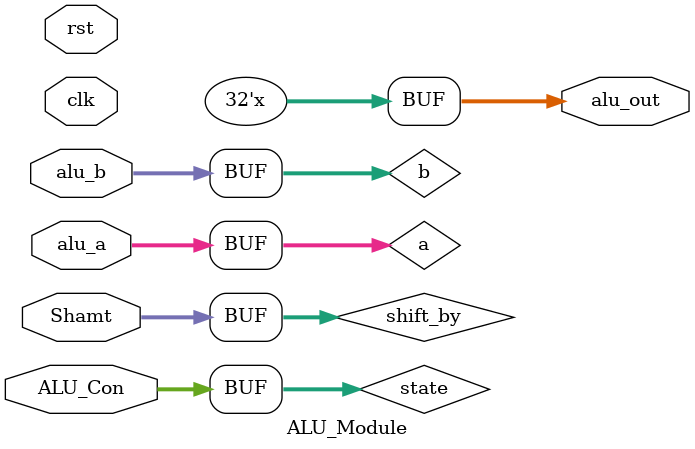
<source format=v>
`timescale 1ns/1ns

`include "Multiplier_Module.v"
`include "Adder_Subtractor_Module.v"
`include "Divider_Module.v"
`include "Carry_Select_Adder.v"
`include "Int_Divider.v"

module ALU_Module(clk, rst, ALU_Con, alu_a, alu_b, alu_out, Shamt);

    input [31:0] alu_a;
    input [31:0] alu_b;
    input [5:0] ALU_Con;
    input [4:0] Shamt;
    input clk,rst;

    output reg [31:0] alu_out;
    
	 
    wire [31:0] add_out,sub_out,mul_out,div_out, addi_out, divi_out;

    reg [31:0] a,b;
    reg [5:0] state;
    reg [4:0] shift_by;

    parameter   ADD     = 6'd0,
                SUB     = 6'd1,
                MUL     = 6'd2,
                DIV     = 6'd3,
                SLL     = 6'd4,
                SRL     = 6'd5,
                AND     = 6'd6,
                OR      = 6'd7,
                XOR     = 6'd8,
                SLT     = 6'd9,

                ADDF    = 6'd10,
                SUBF    = 6'd11,
                MULF    = 6'd12,
                DIVF    = 6'd13;
                

  //Floating Point Unit
    Adder_Subtractor_Module Adder(clk,rst,alu_a,alu_b,add_out);
    Adder_Subtractor_Module Subtracter(clk,rst,alu_a,(-alu_b),sub_out);
    Multiplier_Module Multiplier(clk,rst,alu_a,alu_b,mul_out);
    Divider_Module Divider(clk,rst,alu_a,alu_b,div_out);
 
    Carry_Select_Adder AdderI(addi_out, Carry_Flag, alu_a, alu_b);
    Int_Divider DividerI(alu_a, alu_b, divi_out);
 


    always@(*)
    begin

        a <= alu_a;
        b <= alu_b;
        state <= ALU_Con;
        shift_by <= Shamt;

        case (state)

            ADD:    alu_out <= addi_out;
            SUB:    alu_out <= a - b;
            MUL:    alu_out <= a * b;
            DIV:    alu_out <= divi_out;
            SLL:    alu_out <= (a << shift_by);
            SRL:    alu_out <= (a >> shift_by);
            AND:    alu_out <= a & b;
            OR:     alu_out <= a | b;
            XOR:    alu_out <= a ^ b;
            SLT:    alu_out <=  (a < b) ? 32'b00000000000000000000000000000001 : 32'b0; 

            ADDF:   alu_out <= add_out;
            SUBF:   alu_out <= sub_out;
            MULF:   alu_out <= mul_out;
            DIVF:   alu_out <= div_out;
            
            default: alu_out <= 32'bz;

        endcase 

    end

/*        assign alu_out = (ALU_Con == SUB) ? (alu_a - alu_b)                     : 32'bz;
        assign alu_out = (ALU_Con == MUL) ? (alu_a * alu_b)                     : 32'bz;
        assign alu_out = (ALU_Con == DIV) ? divi_out                            : 32'bz;
        assign alu_out = (ALU_Con == SLL) ? (alu_a << Shamt)                    : 32'bz;
        assign alu_out = (ALU_Con == SRL) ? (alu_a >> Shamt)                    : 32'bz;
        assign alu_out = (ALU_Con == AND) ? (alu_a & alu_b)                     : 32'bz;
        assign alu_out = (ALU_Con == OR)  ? (alu_a | alu_b)                     : 32'bz;
        assign alu_out = (ALU_Con == XOR) ? (alu_a ^ alu_b)                     : 32'bz;
        assign alu_out = (ALU_Con == SLT) ? ((alu_a < alu_b) ? 32'd1 : 32'b0)   : 32'bz;

        assign alu_out = (ALU_Con == ADDF) ? add_out                            : 32'bz;
        assign alu_out = (ALU_Con == SUBF) ? sub_out                            : 32'bz;
        assign alu_out = (ALU_Con == MULF) ? mul_out                            : 32'bz;
        assign alu_out = (ALU_Con == DIVF) ? div_out                            : 32'bz; */


endmodule

</source>
